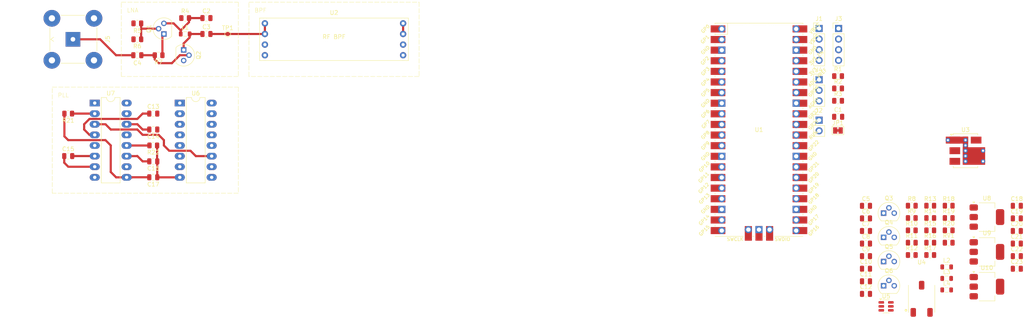
<source format=kicad_pcb>
(kicad_pcb (version 20240108) (generator "pcbnew") (generator_version "8.0")
  (layers (0 "F.Cu" signal) (31 "B.Cu" signal) (34 "B.Paste" user) (35 "F.Paste" user) (36 "B.SilkS" user "B.Silkscreen") (37 "F.SilkS" user "F.Silkscreen") (38 "B.Mask" user) (39 "F.Mask" user) (44 "Edge.Cuts" user))
  (net 0 "")
  (net 1 "Net-(J2-Pin_1)")
  (net 2 "GND")
  (net 3 "Net-(Q1-E)")
  (net 4 "Net-(C3-Pad2)")
  (net 5 "Net-(Q2-C)")
  (net 6 "Net-(J5-In)")
  (net 7 "Net-(Q2-B)")
  (net 8 "Net-(C5-Pad2)")
  (net 9 "/IF Stage/IN")
  (net 10 "Net-(Q4-B)")
  (net 11 "Net-(C6-Pad1)")
  (net 12 "Net-(C7-Pad1)")
  (net 13 "Net-(U4-IN)")
  (net 14 "Net-(U4-OUT)")
  (net 15 "Net-(Q3-E)")
  (net 16 "Net-(Q6-B)")
  (net 17 "Net-(Q4-E)")
  (net 18 "Net-(Q5-E)")
  (net 19 "Net-(U5-VIN)")
  (net 20 "/Phase-locked loop/OUT")
  (net 21 "Net-(U6-CLK)")
  (net 22 "PLL-IN")
  (net 23 "Net-(U7-SIG)")
  (net 24 "Net-(U7-C1B)")
  (net 25 "Net-(U7-C1A)")
  (net 26 "Net-(U7-R1)")
  (net 27 "Net-(U7-VCO-I)")
  (net 28 "VIN")
  (net 29 "+3.3V")
  (net 30 "+5V")
  (net 31 "+12V")
  (net 32 "Net-(J1-Pin_1)")
  (net 33 "Net-(J1-Pin_2)")
  (net 34 "Net-(J3-Pin_2)")
  (net 35 "Net-(J3-Pin_1)")
  (net 36 "Net-(J4-Pin_1)")
  (net 37 "Net-(J4-Pin_3)")
  (net 38 "Net-(JP1-A)")
  (net 39 "Net-(Q3-B)")
  (net 40 "Net-(Q1-C)")
  (net 41 "Net-(Q1-B)")
  (net 42 "Net-(Q5-B)")
  (net 43 "Net-(Q6-E)")
  (net 44 "Net-(U1-GPIO22)")
  (net 45 "Net-(R20-Pad1)")
  (net 46 "Net-(U7-PC1)")
  (net 47 "Net-(U7-R2)")
  (net 48 "Net-(U6-Qd)")
  (net 49 "ADC-SDA")
  (net 55 "ADC-SCL")
  (net 63 "ADC-CS")
  (net 96 "Net-(U3-RF)")
  (net 97 "ADC-SCK")
  (footprint "Capacitor_SMD:C_0805_2012Metric" (layer "F.Cu") (at 232.51 89.99)
    (property "Reference" "C9")
    (property "Value" "1.2n")
  )
  (footprint "msr20:LTC455" (layer "F.Cu") (at 245.805 91.945)
    (property "Reference" "U4")
    (property "Value" "LTC455-FU")
  )
  (footprint "Capacitor_SMD:C_0805_2012Metric" (layer "F.Cu") (at 232.51 93)
    (property "Reference" "C10")
    (property "Value" "100n")
  )
  (footprint "Capacitor_SMD:C_0805_2012Metric" (layer "F.Cu") (at 268.55 89.99)
    (property "Reference" "C22")
    (property "Value" "1u")
  )
  (footprint "Package_TO_SOT_THT:TO-92" (layer "F.Cu") (at 69.49 40.64 -90)
    (property "Reference" "Q2")
    (property "Value" "2N2222")
  )
  (footprint "Resistor_SMD:R_0805_2012Metric" (layer "F.Cu") (at 58.42 38.1 180)
    (property "Reference" "R6")
    (property "Value" "4.7k")
  )
  (footprint "MCU_RaspberryPi_and_Boards:RPi_Pico_SMD_TH" (layer "F.Cu") (at 206.945 59.745)
    (property "Reference" "U1")
    (property "Value" "Pico")
  )
  (footprint "Inductor_SMD:L_0805_2012Metric" (layer "F.Cu") (at 69.85 36.83)
    (property "Reference" "L1")
    (property "Value" "10u")
  )
  (footprint "Package_TO_SOT_THT:TO-92" (layer "F.Cu") (at 236.72 85.49)
    (property "Reference" "Q4")
    (property "Value" "NPN")
  )
  (footprint "Resistor_SMD:R_0805_2012Metric" (layer "F.Cu") (at 225.84 52.81)
    (property "Reference" "R3")
    (property "Value" "2.2k")
  )
  (footprint "Resistor_SMD:R_0805_2012Metric" (layer "F.Cu") (at 252.27 83.82)
    (property "Reference" "R20")
    (property "Value" "100")
  )
  (footprint "Resistor_SMD:R_0805_2012Metric" (layer "F.Cu") (at 252.27 86.77)
    (property "Reference" "RV1")
    (property "Value" "10k")
  )
  (footprint "Connector_PinHeader_2.54mm:PinHeader_1x03_P2.54mm_Vertical" (layer "F.Cu") (at 221.31 47.76)
    (property "Reference" "J4")
    (property "Value" "SWD")
  )
  (footprint "msr20:RF-BPF" (layer "F.Cu") (at 105.41 29.21)
    (property "Reference" "U2")
    (property "Value" "RF-BPF")
  )
  (footprint "Resistor_SMD:R_0805_2012Metric" (layer "F.Cu") (at 41.91 55.88 180)
    (property "Reference" "R21")
    (property "Value" "33k")
  )
  (footprint "Capacitor_SMD:C_0805_2012Metric" (layer "F.Cu") (at 268.55 77.95)
    (property "Reference" "C18")
    (property "Value" "1u")
  )
  (footprint "Resistor_SMD:R_0805_2012Metric" (layer "F.Cu") (at 243.45 77.92)
    (property "Reference" "R8")
    (property "Value" "47")
  )
  (footprint "Package_DIP:DIP-16_W7.62mm_LongPads" (layer "F.Cu") (at 48.245 53.355)
    (property "Reference" "U7")
    (property "Value" "CD74HC4046")
  )
  (footprint "RF_Mini-Circuits:Mini-Circuits_CD542_LandPatternPL-052" (layer "F.Cu") (at 256.28 64.76)
    (property "Reference" "U3")
    (property "Value" "ADE-1+")
  )
  (footprint "Capacitor_SMD:C_0805_2012Metric" (layer "F.Cu") (at 268.55 80.96)
    (property "Reference" "C19")
    (property "Value" "1u")
  )
  (footprint "Package_TO_SOT_THT:TO-92" (layer "F.Cu") (at 236.72 97.07)
    (property "Reference" "Q6")
    (property "Value" "2N3904")
  )
  (footprint "Resistor_SMD:R_0805_2012Metric" (layer "F.Cu") (at 243.45 86.77)
    (property "Reference" "R11")
    (property "Value" "470")
  )
  (footprint "Resistor_SMD:R_0805_2012Metric" (layer "F.Cu") (at 247.86 86.77)
    (property "Reference" "R16")
    (property "Value" "100k")
  )
  (footprint "Capacitor_SMD:C_0805_2012Metric" (layer "F.Cu") (at 74.93 33.02)
    (property "Reference" "C2")
    (property "Value" "10u")
  )
  (footprint "Capacitor_SMD:C_0805_2012Metric" (layer "F.Cu") (at 232.51 77.95)
    (property "Reference" "C5")
    (property "Value" "100n")
  )
  (footprint "Inductor_SMD:L_0805_2012Metric" (layer "F.Cu") (at 251.79 98.07)
    (property "Reference" "L4")
    (property "Value" "10m")
  )
  (footprint "Connector_PinHeader_2.54mm:PinHeader_1x04_P2.54mm_Vertical" (layer "F.Cu") (at 221.31 35.51)
    (property "Reference" "J1")
    (property "Value" "TO ENCODER")
  )
  (footprint "Capacitor_SMD:C_0805_2012Metric" (layer "F.Cu") (at 268.55 83.97)
    (property "Reference" "C20")
    (property "Value" "1u")
  )
  (footprint "Resistor_SMD:R_0805_2012Metric" (layer "F.Cu") (at 69.85 33.02)
    (property "Reference" "R4")
    (property "Value" "47")
  )
  (footprint "Capacitor_SMD:C_0805_2012Metric" (layer "F.Cu") (at 232.51 86.98)
    (property "Reference" "C8")
    (property "Value" "1.2n")
  )
  (footprint "Resistor_SMD:R_0805_2012Metric" (layer "F.Cu") (at 62.23 63.5 180)
    (property "Reference" "R22")
    (property "Value" "3.3k")
  )
  (footprint "Package_TO_SOT_THT:TO-92" (layer "F.Cu") (at 64.77 36.83 90)
    (property "Reference" "Q1")
    (property "Value" "2N2907")
  )
  (footprint "Capacitor_SMD:C_0805_2012Metric" (layer "F.Cu") (at 268.55 93)
    (property "Reference" "C23")
    (property "Value" "1u")
  )
  (footprint "Package_TO_SOT_SMD:SOT-23-6" (layer "F.Cu") (at 237.31 102.005)
    (property "Reference" "U5")
    (property "Value" "AD7478")
  )
  (footprint "Package_TO_SOT_THT:TO-92" (layer "F.Cu") (at 236.72 79.7)
    (property "Reference" "Q3")
    (property "Value" "NPN")
  )
  (footprint "Jumper:SolderJumper-2_P1.3mm_Bridged_Pad1.0x1.5mm" (layer "F.Cu") (at 225.81 59.92)
    (property "Reference" "JP1")
    (property "Value" "AGND")
  )
  (footprint "Resistor_SMD:R_0805_2012Metric" (layer "F.Cu") (at 243.45 83.82)
    (property "Reference" "R10")
    (property "Value" "6.8k")
  )
  (footprint "Resistor_SMD:R_0805_2012Metric" (layer "F.Cu") (at 243.45 89.72)
    (property "Reference" "R12")
    (property "Value" "3.3k")
  )
  (footprint "Resistor_SMD:R_0805_2012Metric" (layer "F.Cu") (at 247.86 80.87)
    (property "Reference" "R14")
    (property "Value" "1k")
  )
  (footprint "Capacitor_SMD:C_0805_2012Metric" (layer "F.Cu") (at 62.23 55.88)
    (property "Reference" "C13")
    (property "Value" "1n")
  )
  (footprint "Package_TO_SOT_SMD:SOT-223-3_TabPin2" (layer "F.Cu") (at 261.4 88.97)
    (property "Reference" "U9")
    (property "Value" "NCP1117-5.0_SOT223")
  )
  (footprint "Capacitor_SMD:C_0805_2012Metric" (layer "F.Cu") (at 232.51 99.02)
    (property "Reference" "C12")
    (property "Value" "10n")
  )
  (footprint "Capacitor_SMD:C_0805_2012Metric" (layer "F.Cu") (at 232.51 96.01)
    (property "Reference" "C11")
    (property "Value" "100n")
  )
  (footprint "Package_TO_SOT_SMD:SOT-223-3_TabPin2" (layer "F.Cu") (at 261.4 97.295)
    (property "Reference" "U10")
    (property "Value" "NCP1117-12_SOT223")
  )
  (footprint "Resistor_SMD:R_0805_2012Metric" (layer "F.Cu") (at 243.45 80.87)
    (property "Reference" "R9")
    (property "Value" "10k")
  )
  (footprint "Capacitor_SMD:C_0805_2012Metric" (layer "F.Cu") (at 41.91 66.04)
    (property "Reference" "C15")
    (property "Value" "47p")
  )
  (footprint "Package_TO_SOT_SMD:SOT-223-3_TabPin2" (layer "F.Cu") (at 261.4 80.645)
    (property "Reference" "U8")
    (property "Value" "NCP1117-3.3_SOT223")
  )
  (footprint "Capacitor_SMD:C_0805_2012Metric" (layer "F.Cu") (at 232.51 83.97)
    (property "Reference" "C7")
    (property "Value" "100n")
  )
  (footprint "Resistor_SMD:R_0805_2012Metric" (layer "F.Cu") (at 247.86 77.92)
    (property "Reference" "R13")
    (property "Value" "200")
  )
  (footprint "Resistor_SMD:R_0805_2012Metric" (layer "F.Cu") (at 63.5 41.91 180)
    (property "Reference" "R7")
    (property "Value" "6.8k")
  )
  (footprint "TestPoint:TestPoint_Pad_D1.0mm" (layer "F.Cu") (at 80.01 36.83)
    (property "Reference" "TP1")
    (property "Value" "TestPoint")
  )
  (footprint "Connector_PinHeader_2.54mm:PinHeader_1x04_P2.54mm_Vertical" (layer "F.Cu") (at 225.96 35.51)
    (property "Reference" "J3")
    (property "Value" "TO OLED")
  )
  (footprint "Inductor_SMD:L_0805_2012Metric" (layer "F.Cu") (at 251.79 92.57)
    (property "Reference" "L2")
    (property "Value" "92m")
  )
  (footprint "Connector_Coaxial:BNC_TEConnectivity_1478035_Horizontal" (layer "F.Cu") (at 43.035 38.1 90)
    (property "Reference" "J5")
    (property "Value" "Conn_Coaxial")
  )
  (footprint "Resistor_SMD:R_0805_2012Metric" (layer "F.Cu") (at 252.27 77.92)
    (property "Reference" "R18")
    (property "Value" "4.7k")
  )
  (footprint "Package_TO_SOT_THT:TO-92" (layer "F.Cu") (at 236.72 91.28)
    (property "Reference" "Q5")
    (property "Value" "2N3904")
  )
  (footprint "Resistor_SMD:R_0805_2012Metric" (layer "F.Cu") (at 252.27 80.87)
    (property "Reference" "R19")
    (property "Value" "100k")
  )
  (footprint "Capacitor_SMD:C_0805_2012Metric" (layer "F.Cu") (at 268.55 86.98)
    (property "Reference" "C21")
    (property "Value" "1u")
  )
  (footprint "Resistor_SMD:R_0805_2012Metric" (layer "F.Cu") (at 225.84 49.86)
    (property "Reference" "R2")
    (property "Value" "2.2k")
  )
  (footprint "Capacitor_SMD:C_0805_2012Metric" (layer "F.Cu") (at 62.23 67.31 180)
    (property "Reference" "C16")
    (property "Value" "1n")
  )
  (footprint "Resistor_SMD:R_0805_2012Metric" (layer "F.Cu") (at 247.86 83.82)
    (property "Reference" "R15")
    (property "Value" "5.6k")
  )
  (footprint "Package_DIP:DIP-16_W7.62mm_LongPads" (layer "F.Cu") (at 68.565 53.355)
    (property "Reference" "U6")
    (property "Value" "74LS163")
  )
  (footprint "Capacitor_SMD:C_0805_2012Metric" (layer "F.Cu") (at 62.23 59.69 180)
    (property "Reference" "C14")
    (property "Value" "1n")
  )
  (footprint "Capacitor_SMD:C_0805_2012Metric" (layer "F.Cu") (at 232.51 80.96)
    (property "Reference" "C6")
    (property "Value" "100n")
  )
  (footprint "Capacitor_SMD:C_0805_2012Metric" (layer "F.Cu") (at 225.86 56.64)
    (property "Reference" "C1")
    (property "Value" "22n")
  )
  (footprint "Resistor_SMD:R_0805_2012Metric" (layer "F.Cu") (at 247.86 89.72)
    (property "Reference" "R17")
    (property "Value" "2.2k")
  )
  (footprint "Capacitor_SMD:C_0805_2012Metric" (layer "F.Cu") (at 74.93 36.83)
    (property "Reference" "C3")
    (property "Value" "10n")
  )
  (footprint "Capacitor_SMD:C_0805_2012Metric" (layer "F.Cu") (at 58.42 41.91)
    (property "Reference" "C4")
    (property "Value" "10n")
  )
  (footprint "Connector_PinHeader_2.54mm:PinHeader_1x02_P2.54mm_Vertical" (layer "F.Cu") (at 221.31 57.46)
    (property "Reference" "J2")
    (property "Value" "AUDIO OUT")
  )
  (footprint "Resistor_SMD:R_0805_2012Metric" (layer "F.Cu") (at 58.42 34.29)
    (property "Reference" "R5")
    (property "Value" "15k")
  )
  (footprint "Inductor_SMD:L_0805_2012Metric" (layer "F.Cu") (at 251.79 95.32)
    (property "Reference" "L3")
    (property "Value" "92m")
  )
  (footprint "Resistor_SMD:R_0805_2012Metric" (layer "F.Cu") (at 225.84 46.91)
    (property "Reference" "R1")
    (property "Value" "1k")
  )
  (footprint "Capacitor_SMD:C_0805_2012Metric" (layer "F.Cu") (at 62.23 71.12 180)
    (property "Reference" "C17")
    (property "Value" "100p")
  )
  (gr_rect (start 54.61 29.21) (end 82.55 46.99) (stroke (width 0.1) (type dash)) (fill none) (layer "F.SilkS"))
  (gr_rect (start 38.1 49.53) (end 82.55 74.93) (stroke (width 0.1) (type dash)) (fill none) (layer "F.SilkS"))
  (gr_rect (start 85.09 29.21) (end 125.73 46.99) (stroke (width 0.1) (type dash)) (fill none) (layer "F.SilkS"))
  (gr_text "PLL" (at 39.37 52.07 0) (layer "F.SilkS") (effects (font (size 1 1) (thickness 0.1)) (justify left bottom)))
  (gr_text "BPF" (at 86.36 31.75 0) (layer "F.SilkS") (effects (font (size 1 1) (thickness 0.1)) (justify left bottom)))
  (gr_text "LNA" (at 55.88 31.75 0) (layer "F.SilkS") (effects (font (size 1 1) (thickness 0.1)) (justify left bottom)))
  (segment (start 63.1425 63.5) (end 63.1425 67.2725) (width 0.508) (layer "F.Cu") (net 2))
  (segment (start 68.565 71.135) (end 63.195 71.135) (width 0.508) (layer "F.Cu") (net 2))
  (segment (start 63.195 71.135) (end 63.18 71.12) (width 0.508) (layer "F.Cu") (net 2))
  (segment (start 63.18 71.12) (end 63.18 67.31) (width 0.508) (layer "F.Cu") (net 2))
  (segment (start 63.1425 67.2725) (end 63.18 67.31) (width 0.508) (layer "F.Cu") (net 2))
  (segment (start 70.7625 33.02) (end 73.98 33.02) (width 0.508) (layer "F.Cu") (net 3))
  (segment (start 68.7875 35.9875) (end 70.7625 34.0125) (width 0.508) (layer "F.Cu") (net 3))
  (segment (start 67.09 34.29) (end 68.7875 35.9875) (width 0.508) (layer "F.Cu") (net 3))
  (segment (start 70.7625 34.0125) (end 70.7625 33.02) (width 0.508) (layer "F.Cu") (net 3))
  (segment (start 68.7875 36.83) (end 68.7875 35.9875) (width 0.508) (layer "F.Cu") (net 3))
  (segment (start 64.77 34.29) (end 67.09 34.29) (width 0.508) (layer "F.Cu") (net 3))
  (segment (start 75.88 36.83) (end 80.01 36.83) (width 0.508) (layer "F.Cu") (net 4))
  (segment (start 88.9 34.29) (end 88.9 36.83) (width 0.508) (layer "F.Cu") (net 4))
  (segment (start 80.01 36.83) (end 88.9 36.83) (width 0.508) (layer "F.Cu") (net 4))
  (segment (start 69.49 39.095) (end 69.49 40.64) (width 0.508) (layer "F.Cu") (net 5))
  (segment (start 70.9125 36.83) (end 73.98 36.83) (width 0.508) (layer "F.Cu") (net 5))
  (segment (start 70.9125 37.6725) (end 69.49 39.095) (width 0.508) (layer "F.Cu") (net 5))
  (segment (start 70.9125 36.83) (end 70.9125 37.6725) (width 0.508) (layer "F.Cu") (net 5))
  (segment (start 49.53 38.1) (end 53.34 41.91) (width 0.508) (layer "F.Cu") (net 6))
  (segment (start 53.34 41.91) (end 57.47 41.91) (width 0.508) (layer "F.Cu") (net 6))
  (segment (start 43.035 38.1) (end 49.53 38.1) (width 0.508) (layer "F.Cu") (net 6))
  (segment (start 66.675 43.815) (end 63.5 43.815) (width 0.508) (layer "F.Cu") (net 7))
  (segment (start 68.58 41.91) (end 66.675 43.815) (width 0.508) (layer "F.Cu") (net 7))
  (segment (start 63.5 43.815) (end 62.5875 42.9025) (width 0.508) (layer "F.Cu") (net 7))
  (segment (start 70.76 41.91) (end 68.58 41.91) (width 0.508) (layer "F.Cu") (net 7))
  (segment (start 59.37 41.91) (end 62.5875 41.91) (width 0.508) (layer "F.Cu") (net 7))
  (segment (start 62.5875 42.9025) (end 62.5875 41.91) (width 0.508) (layer "F.Cu") (net 7))
  (segment (start 45.72 58.42) (end 46.99 57.15) (width 0.508) (layer "F.Cu") (net 21))
  (segment (start 48.245 60.975) (end 47.005 60.975) (width 0.508) (layer "F.Cu") (net 21))
  (segment (start 46.99 57.15) (end 58.42 57.15) (width 0.508) (layer "F.Cu") (net 21))
  (segment (start 45.72 59.69) (end 45.72 58.42) (width 0.508) (layer "F.Cu") (net 21))
  (segment (start 59.69 55.88) (end 61.28 55.88) (width 0.508) (layer "F.Cu") (net 21))
  (segment (start 58.42 57.15) (end 59.69 55.88) (width 0.508) (layer "F.Cu") (net 21))
  (segment (start 47.005 60.975) (end 45.72 59.69) (width 0.508) (layer "F.Cu") (net 21))
  (segment (start 58.405 58.435) (end 58.42 58.42) (width 0.508) (layer "F.Cu") (net 23))
  (segment (start 55.865 58.435) (end 58.405 58.435) (width 0.508) (layer "F.Cu") (net 23))
  (segment (start 59.69 59.69) (end 61.28 59.69) (width 0.508) (layer "F.Cu") (net 23))
  (segment (start 58.42 58.42) (end 59.69 59.69) (width 0.508) (layer "F.Cu") (net 23))
  (segment (start 41.925 68.595) (end 48.245 68.595) (width 0.508) (layer "F.Cu") (net 24))
  (segment (start 40.96 67.63) (end 41.925 68.595) (width 0.508) (layer "F.Cu") (net 24))
  (segment (start 40.96 66.04) (end 40.96 67.63) (width 0.508) (layer "F.Cu") (net 24))
  (segment (start 48.23 66.04) (end 48.245 66.055) (width 0.508) (layer "F.Cu") (net 25))
  (segment (start 42.86 66.04) (end 48.23 66.04) (width 0.508) (layer "F.Cu") (net 25))
  (segment (start 58.42 66.04) (end 59.69 67.31) (width 0.508) (layer "F.Cu") (net 26))
  (segment (start 59.69 67.31) (end 61.28 67.31) (width 0.508) (layer "F.Cu") (net 26))
  (segment (start 58.405 66.055) (end 58.42 66.04) (width 0.508) (layer "F.Cu") (net 26))
  (segment (start 55.865 66.055) (end 58.405 66.055) (width 0.508) (layer "F.Cu") (net 26))
  (segment (start 52.07 69.85) (end 53.355 71.135) (width 0.508) (layer "F.Cu") (net 27))
  (segment (start 57.15 71.12) (end 61.28 71.12) (width 0.508) (layer "F.Cu") (net 27))
  (segment (start 53.355 71.135) (end 55.865 71.135) (width 0.508) (layer "F.Cu") (net 27))
  (segment (start 57.135 71.135) (end 57.15 71.12) (width 0.508) (layer "F.Cu") (net 27))
  (segment (start 52.07 63.5) (end 52.07 69.85) (width 0.508) (layer "F.Cu") (net 27))
  (segment (start 41.91 62.23) (end 50.8 62.23) (width 0.508) (layer "F.Cu") (net 27))
  (segment (start 55.865 71.135) (end 57.135 71.135) (width 0.508) (layer "F.Cu") (net 27))
  (segment (start 40.9975 61.3175) (end 41.91 62.23) (width 0.508) (layer "F.Cu") (net 27))
  (segment (start 40.9975 55.88) (end 40.9975 61.3175) (width 0.508) (layer "F.Cu") (net 27))
  (segment (start 50.8 62.23) (end 52.07 63.5) (width 0.508) (layer "F.Cu") (net 27))
  (segment (start 64.4125 37.1875) (end 64.77 36.83) (width 0.508) (layer "F.Cu") (net 40))
  (segment (start 64.4125 41.91) (end 64.4125 37.1875) (width 0.508) (layer "F.Cu") (net 40))
  (segment (start 59.3325 34.29) (end 59.3325 35.56) (width 0.508) (layer "F.Cu") (net 41))
  (segment (start 59.3325 35.56) (end 59.3325 38.1) (width 0.508) (layer "F.Cu") (net 41))
  (segment (start 63.5 35.56) (end 59.3325 35.56) (width 0.508) (layer "F.Cu") (net 41))
  (segment (start 42.8225 55.88) (end 48.23 55.88) (width 0.508) (layer "F.Cu") (net 46))
  (segment (start 48.23 55.88) (end 48.245 55.895) (width 0.508) (layer "F.Cu") (net 46))
  (segment (start 61.3025 63.515) (end 61.3175 63.5) (width 0.508) (layer "F.Cu") (net 47))
  (segment (start 55.865 63.515) (end 61.3025 63.515) (width 0.508) (layer "F.Cu") (net 47))
  (segment (start 52.07 59.69) (end 58.42 59.69) (width 0.508) (layer "F.Cu") (net 48))
  (segment (start 66.04 64.77) (end 71.12 64.77) (width 0.508) (layer "F.Cu") (net 48))
  (segment (start 48.245 58.435) (end 50.815 58.435) (width 0.508) (layer "F.Cu") (net 48))
  (segment (start 58.42 59.69) (end 59.69 60.96) (width 0.508) (layer "F.Cu") (net 48))
  (segment (start 72.405 66.055) (end 76.185 66.055) (width 0.508) (layer "F.Cu") (net 48))
  (segment (start 71.12 64.77) (end 72.405 66.055) (width 0.508) (layer "F.Cu") (net 48))
  (segment (start 64.77 62.23) (end 64.77 63.5) (width 0.508) (layer "F.Cu") (net 48))
  (segment (start 64.77 63.5) (end 66.04 64.77) (width 0.508) (layer "F.Cu") (net 48))
  (segment (start 59.69 60.96) (end 63.5 60.96) (width 0.508) (layer "F.Cu") (net 48))
  (segment (start 63.5 60.96) (end 64.77 62.23) (width 0.508) (layer "F.Cu") (net 48))
  (segment (start 50.815 58.435) (end 52.07 59.69) (width 0.508) (layer "F.Cu") (net 48))
  (segment (start 121.92 34.29) (end 121.92 36.83) (width 0.508) (layer "F.Cu") (net 96))
)
</source>
